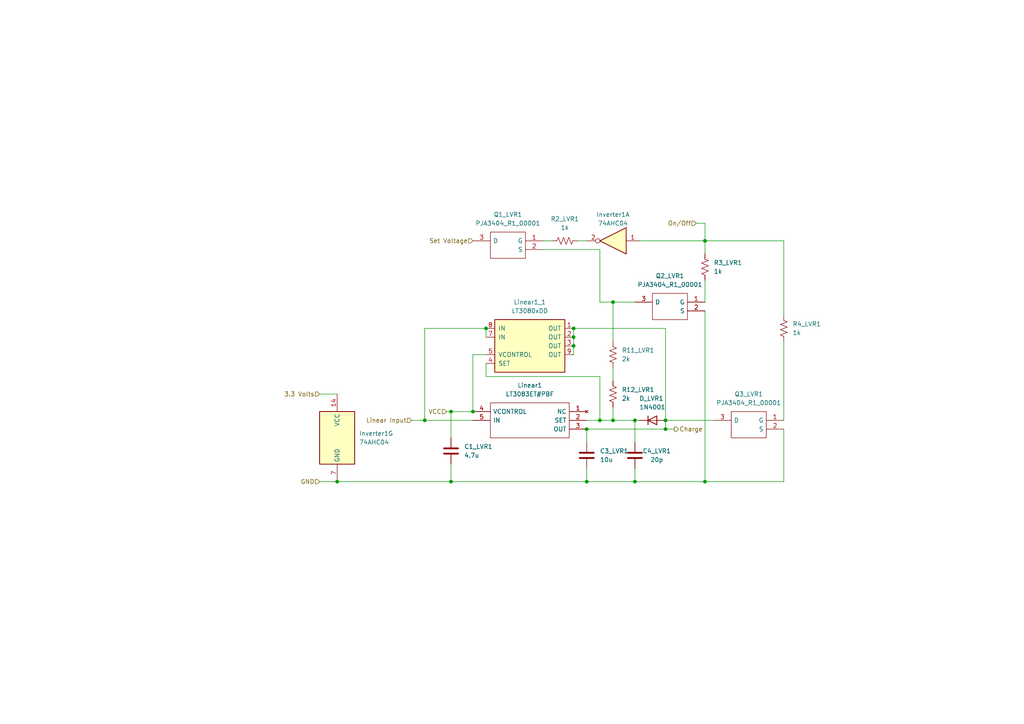
<source format=kicad_sch>
(kicad_sch (version 20211123) (generator eeschema)
  (paper "A4")
  (title_block (title "Linear Voltage Regulaor") (date "2022-09-12") (rev "4") (company "George Mason University") (comment 2 "by the PID controller from the microcontroller.") (comment 3 "supply output. The input of the regulator is what will be controlled") (comment 4 "The linear voltage regulator is the main source for the power"))
  (lib_symbols
    (symbol "74xx:74AHC04"
      (property "Reference" "U" (at 0 1.27 0))
      (property "Value" "74AHC04" (at 0 -1.27 0))
      (symbol "74AHC04_1_0"
        (polyline (pts (xy -3.81 3.81) (xy -3.81 -3.81) (xy 3.81 0) (xy -3.81 3.81)) (stroke (width 0.254)) (fill (type background)))
        (pin input line (at -7.62 0 0) (length 3.81) (name "~") (number "1"))
        (pin output inverted (at 7.62 0 180) (length 3.81) (name "~") (number "2"))
      )
      (symbol "74AHC04_2_0"
        (polyline (pts (xy -3.81 3.81) (xy -3.81 -3.81) (xy 3.81 0) (xy -3.81 3.81)) (stroke (width 0.254)) (fill (type background)))
        (pin input line (at -7.62 0 0) (length 3.81) (name "~") (number "3"))
        (pin output inverted (at 7.62 0 180) (length 3.81) (name "~") (number "4"))
      )
      (symbol "74AHC04_3_0"
        (polyline (pts (xy -3.81 3.81) (xy -3.81 -3.81) (xy 3.81 0) (xy -3.81 3.81)) (stroke (width 0.254)) (fill (type background)))
        (pin input line (at -7.62 0 0) (length 3.81) (name "~") (number "5"))
        (pin output inverted (at 7.62 0 180) (length 3.81) (name "~") (number "6"))
      )
      (symbol "74AHC04_4_0"
        (polyline (pts (xy -3.81 3.81) (xy -3.81 -3.81) (xy 3.81 0) (xy -3.81 3.81)) (stroke (width 0.254)) (fill (type background)))
        (pin output inverted (at 7.62 0 180) (length 3.81) (name "~") (number "8"))
        (pin input line (at -7.62 0 0) (length 3.81) (name "~") (number "9"))
      )
      (symbol "74AHC04_5_0"
        (polyline (pts (xy -3.81 3.81) (xy -3.81 -3.81) (xy 3.81 0) (xy -3.81 3.81)) (stroke (width 0.254)) (fill (type background)))
        (pin output inverted (at 7.62 0 180) (length 3.81) (name "~") (number "10"))
        (pin input line (at -7.62 0 0) (length 3.81) (name "~") (number "11"))
      )
      (symbol "74AHC04_6_0"
        (polyline (pts (xy -3.81 3.81) (xy -3.81 -3.81) (xy 3.81 0) (xy -3.81 3.81)) (stroke (width 0.254)) (fill (type background)))
        (pin output inverted (at 7.62 0 180) (length 3.81) (name "~") (number "12"))
        (pin input line (at -7.62 0 0) (length 3.81) (name "~") (number "13"))
      )
      (symbol "74AHC04_7_0"
        (pin power_in line (at 0 12.7 270) (length 5.08) (name "VCC") (number "14"))
        (pin power_in line (at 0 -12.7 90) (length 5.08) (name "GND") (number "7"))
      )
      (symbol "74AHC04_7_1"
        (rectangle (start -5.08 7.62) (end 5.08 -7.62) (stroke (width 0.254)) (fill (type background)))
      )
    )
    (symbol "Device:C" (pin_numbers hide) (pin_names (offset 0.254))
      (property "Reference" "C" (at 0.635 2.54 0))
      (property "Value" "C" (at 0.635 -2.54 0))
      (symbol "C_0_1"
        (polyline (pts (xy -2.032 -0.762) (xy 2.032 -0.762)) (stroke (width 0.508)))
        (polyline (pts (xy -2.032 0.762) (xy 2.032 0.762)) (stroke (width 0.508)))
      )
      (symbol "C_1_1"
        (pin passive line (at 0 3.81 270) (length 2.794) (name "~") (number "1"))
        (pin passive line (at 0 -3.81 90) (length 2.794) (name "~") (number "2"))
      )
    )
    (symbol "Device:R_US" (pin_numbers hide) (pin_names (offset 0))
      (property "Reference" "R" (at 2.54 0 90))
      (property "Value" "R_US" (at -2.54 0 90))
      (symbol "R_US_0_1"
        (polyline (pts (xy 0 -2.286) (xy 0 -2.54)))
        (polyline (pts (xy 0 2.286) (xy 0 2.54)))
        (polyline (pts (xy 0 -0.762) (xy 1.016 -1.143) (xy 0 -1.524) (xy -1.016 -1.905) (xy 0 -2.286)))
        (polyline (pts (xy 0 0.762) (xy 1.016 0.381) (xy 0 0) (xy -1.016 -0.381) (xy 0 -0.762)))
        (polyline (pts (xy 0 2.286) (xy 1.016 1.905) (xy 0 1.524) (xy -1.016 1.143) (xy 0 0.762)))
      )
      (symbol "R_US_1_1"
        (pin passive line (at 0 3.81 270) (length 1.27) (name "~") (number "1"))
        (pin passive line (at 0 -3.81 90) (length 1.27) (name "~") (number "2"))
      )
    )
    (symbol "Diode:1N4001" (pin_numbers hide) (pin_names (offset 1.016) hide)
      (property "Reference" "D" (at 0 2.54 0))
      (property "Value" "1N4001" (at 0 -2.54 0))
      (symbol "1N4001_0_1"
        (polyline (pts (xy -1.27 1.27) (xy -1.27 -1.27)) (stroke (width 0.254)))
        (polyline (pts (xy 1.27 0) (xy -1.27 0)))
        (polyline (pts (xy 1.27 1.27) (xy 1.27 -1.27) (xy -1.27 0) (xy 1.27 1.27)) (stroke (width 0.254)))
      )
      (symbol "1N4001_1_1"
        (pin passive line (at -3.81 0 0) (length 2.54) (name "K") (number "1"))
        (pin passive line (at 3.81 0 180) (length 2.54) (name "A") (number "2"))
      )
    )
    (symbol "Regulator_Linear:LT3080xDD" (pin_names (offset 1.016))
      (property "Reference" "U" (at -8.89 9.144 0))
      (property "Value" "LT3080xDD" (at 10.414 9.144 0))
      (symbol "LT3080xDD_0_1"
        (rectangle (start -10.16 7.62) (end 10.16 -7.62) (stroke (width 0.254)) (fill (type background)))
      )
      (symbol "LT3080xDD_1_1"
        (pin power_out line (at 12.7 5.08 180) (length 2.54) (name "OUT") (number "1"))
        (pin power_out line (at 12.7 2.54 180) (length 2.54) (name "OUT") (number "2"))
        (pin power_out line (at 12.7 0 180) (length 2.54) (name "OUT") (number "3"))
        (pin input line (at -12.7 -5.08 0) (length 2.54) (name "SET") (number "4"))
        (pin input line (at -12.7 -2.54 0) (length 2.54) (name "VCONTROL") (number "5"))
        (pin no_connect line (at -10.16 0 0) (length 2.54) hide (name "NC") (number "6"))
        (pin power_in line (at -12.7 2.54 0) (length 2.54) (name "IN") (number "7"))
        (pin power_in line (at -12.7 5.08 0) (length 2.54) (name "IN") (number "8"))
        (pin power_out line (at 12.7 -2.54 180) (length 2.54) (name "OUT") (number "9"))
      )
    )
    (symbol "SamacSys_Parts:LT3083ET#PBF" (pin_names (offset 0.762))
      (property "Reference" "IC" (at 29.21 7.62 0))
      (property "Value" "LT3083ET#PBF" (at 29.21 5.08 0))
      (symbol "LT3083ET#PBF_0_0"
        (pin no_connect line (at 0 0 0) (length 5.08) (name "NC") (number "1"))
        (pin passive line (at 0 -2.54 0) (length 5.08) (name "SET") (number "2"))
        (pin passive line (at 0 -5.08 0) (length 5.08) (name "OUT") (number "3"))
        (pin passive line (at 33.02 0 180) (length 5.08) (name "VCONTROL") (number "4"))
        (pin passive line (at 33.02 -2.54 180) (length 5.08) (name "IN") (number "5"))
      )
      (symbol "LT3083ET#PBF_0_1"
        (polyline (pts (xy 5.08 2.54) (xy 27.94 2.54) (xy 27.94 -7.62) (xy 5.08 -7.62) (xy 5.08 2.54)) (stroke (width 0.1524)))
      )
    )
    (symbol "SamacSys_Parts:PJA3404_R1_00001" (pin_names (offset 0.762))
      (property "Reference" "IC" (at 16.51 7.62 0))
      (property "Value" "PJA3404_R1_00001" (at 16.51 5.08 0))
      (symbol "PJA3404_R1_00001_0_0"
        (pin passive line (at 0 0 0) (length 5.08) (name "G") (number "1"))
        (pin passive line (at 0 -2.54 0) (length 5.08) (name "S") (number "2"))
        (pin passive line (at 20.32 0 180) (length 5.08) (name "D") (number "3"))
      )
      (symbol "PJA3404_R1_00001_0_1"
        (polyline (pts (xy 5.08 2.54) (xy 15.24 2.54) (xy 15.24 -5.08) (xy 5.08 -5.08) (xy 5.08 2.54)) (stroke (width 0.1524)))
      )
    )
  )
  (junction (at 177.8 87.63))
  (junction (at 173.99 121.92))
  (junction (at 166.37 97.79))
  (junction (at 97.79 139.7))
  (junction (at 204.47 69.85))
  (junction (at 184.15 139.7))
  (junction (at 193.04 121.92))
  (junction (at 137.16 119.38))
  (junction (at 130.81 119.38))
  (junction (at 170.18 139.7))
  (junction (at 204.47 139.7))
  (junction (at 130.81 139.7))
  (junction (at 123.19 121.92))
  (junction (at 140.97 95.25))
  (junction (at 184.15 121.92))
  (junction (at 170.18 124.46))
  (junction (at 177.8 121.92))
  (junction (at 193.04 124.46))
  (junction (at 166.37 95.25))
  (junction (at 166.37 100.33))
  (wire (pts (xy 97.79 139.7) (xy 130.81 139.7)))
  (wire (pts (xy 170.18 124.46) (xy 193.04 124.46)))
  (wire (pts (xy 137.16 102.87) (xy 140.97 102.87)))
  (wire (pts (xy 173.99 109.22) (xy 173.99 121.92)))
  (wire (pts (xy 185.42 121.92) (xy 184.15 121.92)))
  (wire (pts (xy 140.97 95.25) (xy 140.97 97.79)))
  (wire (pts (xy 184.15 135.89) (xy 184.15 139.7)))
  (wire (pts (xy 184.15 139.7) (xy 204.47 139.7)))
  (wire (pts (xy 170.18 121.92) (xy 173.99 121.92)))
  (wire (pts (xy 170.18 128.27) (xy 170.18 124.46)))
  (wire (pts (xy 140.97 105.41) (xy 140.97 109.22)))
  (wire (pts (xy 170.18 139.7) (xy 184.15 139.7)))
  (wire (pts (xy 177.8 121.92) (xy 184.15 121.92)))
  (wire (pts (xy 123.19 121.92) (xy 137.16 121.92)))
  (wire (pts (xy 177.8 87.63) (xy 184.15 87.63)))
  (wire (pts (xy 92.71 114.3) (xy 97.79 114.3)))
  (wire (pts (xy 184.15 128.27) (xy 184.15 121.92)))
  (wire (pts (xy 193.04 121.92) (xy 207.01 121.92)))
  (wire (pts (xy 167.64 69.85) (xy 170.18 69.85)))
  (wire (pts (xy 193.04 121.92) (xy 193.04 124.46)))
  (wire (pts (xy 227.33 69.85) (xy 227.33 91.44)))
  (wire (pts (xy 92.71 139.7) (xy 97.79 139.7)))
  (wire (pts (xy 185.42 69.85) (xy 204.47 69.85)))
  (wire (pts (xy 157.48 72.39) (xy 173.99 72.39)))
  (wire (pts (xy 157.48 69.85) (xy 160.02 69.85)))
  (wire (pts (xy 204.47 81.28) (xy 204.47 87.63)))
  (wire (pts (xy 177.8 87.63) (xy 177.8 99.06)))
  (wire (pts (xy 123.19 95.25) (xy 140.97 95.25)))
  (wire (pts (xy 129.54 119.38) (xy 130.81 119.38)))
  (wire (pts (xy 170.18 135.89) (xy 170.18 139.7)))
  (wire (pts (xy 201.93 64.77) (xy 204.47 64.77)))
  (wire (pts (xy 193.04 95.25) (xy 193.04 121.92)))
  (wire (pts (xy 166.37 100.33) (xy 166.37 102.87)))
  (wire (pts (xy 166.37 95.25) (xy 166.37 97.79)))
  (wire (pts (xy 140.97 109.22) (xy 173.99 109.22)))
  (wire (pts (xy 204.47 64.77) (xy 204.47 69.85)))
  (wire (pts (xy 166.37 95.25) (xy 193.04 95.25)))
  (wire (pts (xy 204.47 90.17) (xy 204.47 139.7)))
  (wire (pts (xy 130.81 139.7) (xy 170.18 139.7)))
  (wire (pts (xy 130.81 119.38) (xy 137.16 119.38)))
  (wire (pts (xy 119.38 121.92) (xy 123.19 121.92)))
  (wire (pts (xy 130.81 134.62) (xy 130.81 139.7)))
  (wire (pts (xy 177.8 106.68) (xy 177.8 110.49)))
  (wire (pts (xy 193.04 124.46) (xy 195.58 124.46)))
  (wire (pts (xy 177.8 87.63) (xy 173.99 87.63)))
  (wire (pts (xy 227.33 124.46) (xy 227.33 139.7)))
  (wire (pts (xy 204.47 139.7) (xy 227.33 139.7)))
  (wire (pts (xy 227.33 99.06) (xy 227.33 121.92)))
  (wire (pts (xy 227.33 69.85) (xy 204.47 69.85)))
  (wire (pts (xy 177.8 118.11) (xy 177.8 121.92)))
  (wire (pts (xy 173.99 72.39) (xy 173.99 87.63)))
  (wire (pts (xy 204.47 69.85) (xy 204.47 73.66)))
  (wire (pts (xy 137.16 102.87) (xy 137.16 119.38)))
  (wire (pts (xy 166.37 97.79) (xy 166.37 100.33)))
  (wire (pts (xy 123.19 121.92) (xy 123.19 95.25)))
  (wire (pts (xy 130.81 119.38) (xy 130.81 127)))
  (wire (pts (xy 173.99 121.92) (xy 177.8 121.92)))
  (hierarchical_label "Charge" (shape output) (at 195.58 124.46 0))
  (hierarchical_label "3.3 Volts" (shape input) (at 92.71 114.3 180))
  (hierarchical_label "GND" (shape input) (at 92.71 139.7 180))
  (hierarchical_label "On{slash}Off" (shape input) (at 201.93 64.77 180))
  (hierarchical_label "Set Voltage" (shape input) (at 137.16 69.85 180))
  (hierarchical_label "VCC" (shape input) (at 129.54 119.38 180))
  (hierarchical_label "Linear Input" (shape input) (at 119.38 121.92 180))
  (symbol (lib_id "Device:R_US") (at 177.8 114.3 180) (unit 1)
    (property "Reference" "R12_LVR1" (at 180.34 113.0299 0) (effects (justify right)))
    (property "Value" "2k" (at 180.34 115.5699 0) (effects (justify right)))
    (property "Footprint" "Resistor_SMD:R_0603_1608Metric" (effects hide))
  )
  (symbol (lib_id "74xx:74AHC04") (at 97.79 127 0) (unit 7)
    (property "Reference" "Inverter1" (at 104.14 125.7299 0) (effects (justify left)))
    (property "Value" "74AHC04" (at 104.14 128.2699 0) (effects (justify left)))
    (property "Footprint" "Package_SO:SSOP-14_5.3x6.2mm_P0.65mm" (effects hide))
    (property "Datasheet" "https://assets.nexperia.com/documents/data-sheet/74AHC_AHCT04.pdf" (effects hide))
  )
  (symbol (lib_id "Device:C") (at 184.15 132.08 0) (unit 1)
    (property "Reference" "C4_LVR1" (at 190.5 130.81 0))
    (property "Value" "20p" (at 190.5 133.35 0))
    (property "Footprint" "Capacitor_SMD:C_0603_1608Metric" (effects hide))
  )
  (symbol (lib_id "Device:R_US") (at 163.83 69.85 90) (unit 1)
    (property "Reference" "R2_LVR1" (at 163.83 63.5 90))
    (property "Value" "1k" (at 163.83 66.04 90))
    (property "Footprint" "Resistor_SMD:R_0603_1608Metric" (effects hide))
  )
  (symbol (lib_id "Device:R_US") (at 177.8 102.87 180) (unit 1)
    (property "Reference" "R11_LVR1" (at 180.34 101.5999 0) (effects (justify right)))
    (property "Value" "2k" (at 180.34 104.1399 0) (effects (justify right)))
    (property "Footprint" "Resistor_SMD:R_0603_1608Metric" (effects hide))
  )
  (symbol (lib_id "SamacSys_Parts:LT3083ET#PBF") (at 170.18 119.38 0) (mirror y) (unit 1)
    (property "Reference" "Linear1" (at 153.67 111.76 0))
    (property "Value" "LT3083ET#PBF" (at 153.67 114.3 0))
    (property "Footprint" "SamacSys_Parts:TO170P457X1022X2306-5P" (effects hide))
    (property "Datasheet" "http://www.linear.com/docs/30239" (effects hide))
    (property "Description" "IC REG LDO ADJ 3A TO220-5" (effects hide))
    (property "Height" "4.572" (effects hide))
    (property "Mouser Part Number" "584-LT3083ET#PBF" (effects hide))
    (property "Mouser Price/Stock" "https://www.mouser.co.uk/ProductDetail/Analog-Devices/LT3083ETPBF?qs=hVkxg5c3xu%252BEQibxnmC0QQ%3D%3D" (effects hide))
    (property "Manufacturer_Name" "Analog Devices" (effects hide))
    (property "Manufacturer_Part_Number" "LT3083ET#PBF" (effects hide))
  )
  (symbol (lib_id "Device:C") (at 130.81 130.81 180) (unit 1)
    (property "Reference" "C1_LVR1" (at 134.62 129.5399 0) (effects (justify right)))
    (property "Value" "4.7u" (at 134.62 132.0799 0) (effects (justify right)))
    (property "Footprint" "Capacitor_SMD:C_0805_2012Metric" (effects hide))
  )
  (symbol (lib_id "SamacSys_Parts:PJA3404_R1_00001") (at 204.47 87.63 0) (mirror y) (unit 1)
    (property "Reference" "Q2_LVR1" (at 194.31 80.01 0))
    (property "Value" "PJA3404_R1_00001" (at 194.31 82.55 0))
    (property "Footprint" "SamacSys_Parts:SOT95P240X110-3N" (effects hide))
    (property "Datasheet" "https://www.mouser.fr/datasheet/2/1057/PJA3404-1867365.pdf" (effects hide))
    (property "Description" "MOSFET /A04/TR/7\"/HF/3K/SOT-23/MOS/SOT/NFET-30TMN/NF30T-QI10/PJ///" (effects hide))
    (property "Height" "1.1" (effects hide))
    (property "Manufacturer_Name" "PANJIT" (effects hide))
    (property "Manufacturer_Part_Number" "PJA3404_R1_00001" (effects hide))
    (property "Mouser Part Number" "241-PJA3404_R1_00001" (effects hide))
    (property "Mouser Price/Stock" "https://www.mouser.co.uk/ProductDetail/Panjit/PJA3404_R1_00001?qs=sPbYRqrBIVkiUO9ZInE3tw%3D%3D" (effects hide))
  )
  (symbol (lib_id "SamacSys_Parts:PJA3404_R1_00001") (at 227.33 121.92 0) (mirror y) (unit 1)
    (property "Reference" "Q3_LVR1" (at 217.17 114.3 0))
    (property "Value" "PJA3404_R1_00001" (at 217.17 116.84 0))
    (property "Footprint" "SamacSys_Parts:SOT95P240X110-3N" (effects hide))
    (property "Datasheet" "https://www.mouser.fr/datasheet/2/1057/PJA3404-1867365.pdf" (effects hide))
    (property "Description" "MOSFET /A04/TR/7\"/HF/3K/SOT-23/MOS/SOT/NFET-30TMN/NF30T-QI10/PJ///" (effects hide))
    (property "Height" "1.1" (effects hide))
    (property "Manufacturer_Name" "PANJIT" (effects hide))
    (property "Manufacturer_Part_Number" "PJA3404_R1_00001" (effects hide))
    (property "Mouser Part Number" "241-PJA3404_R1_00001" (effects hide))
    (property "Mouser Price/Stock" "https://www.mouser.co.uk/ProductDetail/Panjit/PJA3404_R1_00001?qs=sPbYRqrBIVkiUO9ZInE3tw%3D%3D" (effects hide))
  )
  (symbol (lib_id "Device:R_US") (at 227.33 95.25 180) (unit 1)
    (property "Reference" "R4_LVR1" (at 229.87 93.9799 0) (effects (justify right)))
    (property "Value" "1k" (at 229.87 96.5199 0) (effects (justify right)))
    (property "Footprint" "Resistor_SMD:R_0603_1608Metric" (effects hide))
  )
  (symbol (lib_id "Regulator_Linear:LT3080xDD") (at 153.67 100.33 0) (unit 1)
    (property "Reference" "Linear1_1" (at 153.67 87.63 0))
    (property "Value" "LT3080xDD" (at 153.67 90.17 0))
    (property "Footprint" "Package_DFN_QFN:DFN-8-1EP_3x3mm_P0.5mm_EP1.66x2.38mm" (effects hide))
    (property "Datasheet" "https://www.analog.com/media/en/technical-documentation/data-sheets/3080fc.pdf" (effects hide))
  )
  (symbol (lib_id "SamacSys_Parts:PJA3404_R1_00001") (at 157.48 69.85 0) (mirror y) (unit 1)
    (property "Reference" "Q1_LVR1" (at 147.32 62.23 0))
    (property "Value" "PJA3404_R1_00001" (at 147.32 64.77 0))
    (property "Footprint" "SamacSys_Parts:SOT95P240X110-3N" (effects hide))
    (property "Datasheet" "https://www.mouser.fr/datasheet/2/1057/PJA3404-1867365.pdf" (effects hide))
    (property "Description" "MOSFET /A04/TR/7\"/HF/3K/SOT-23/MOS/SOT/NFET-30TMN/NF30T-QI10/PJ///" (effects hide))
    (property "Height" "1.1" (effects hide))
    (property "Manufacturer_Name" "PANJIT" (effects hide))
    (property "Manufacturer_Part_Number" "PJA3404_R1_00001" (effects hide))
    (property "Mouser Part Number" "241-PJA3404_R1_00001" (effects hide))
    (property "Mouser Price/Stock" "https://www.mouser.co.uk/ProductDetail/Panjit/PJA3404_R1_00001?qs=sPbYRqrBIVkiUO9ZInE3tw%3D%3D" (effects hide))
  )
  (symbol (lib_id "Diode:1N4001") (at 189.23 121.92 0) (unit 1)
    (property "Reference" "D_LVR1" (at 188.9125 115.57 0))
    (property "Value" "1N4001" (at 189.23 118.11 0))
    (property "Footprint" "Diode_SMD:D_SMA" (effects hide))
    (property "Datasheet" "http://www.vishay.com/docs/88503/1n4001.pdf" (effects hide))
  )
  (symbol (lib_id "Device:R_US") (at 204.47 77.47 180) (unit 1)
    (property "Reference" "R3_LVR1" (at 207.01 76.1999 0) (effects (justify right)))
    (property "Value" "1k" (at 207.01 78.7399 0) (effects (justify right)))
    (property "Footprint" "Resistor_SMD:R_0603_1608Metric" (effects hide))
  )
  (symbol (lib_id "74xx:74AHC04") (at 177.8 69.85 0) (mirror y) (unit 1)
    (property "Reference" "Inverter1" (at 177.8 62.23 0))
    (property "Value" "74AHC04" (at 177.8 64.77 0))
    (property "Footprint" "Package_SO:SSOP-14_5.3x6.2mm_P0.65mm" (effects hide))
    (property "Datasheet" "https://assets.nexperia.com/documents/data-sheet/74AHC_AHCT04.pdf" (effects hide))
  )
  (symbol (lib_id "Device:C") (at 170.18 132.08 0) (unit 1)
    (property "Reference" "C3_LVR1" (at 173.99 130.8099 0) (effects (justify left)))
    (property "Value" "10u" (at 173.99 133.3499 0) (effects (justify left)))
    (property "Footprint" "Capacitor_SMD:C_1206_3216Metric" (effects hide))
  )
)
</source>
